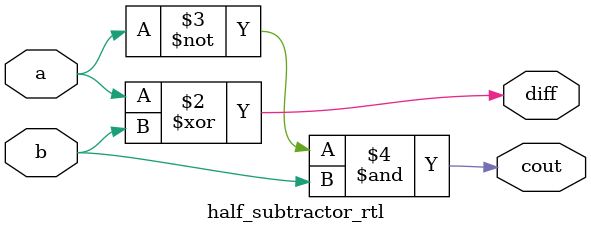
<source format=v>


module half_subtractor_rtl
( output reg cout,diff,
  input  a,b);
  
	always@*
	begin
   diff=a^b;
	cout=(~a)&b;
	end
  
  endmodule

</source>
